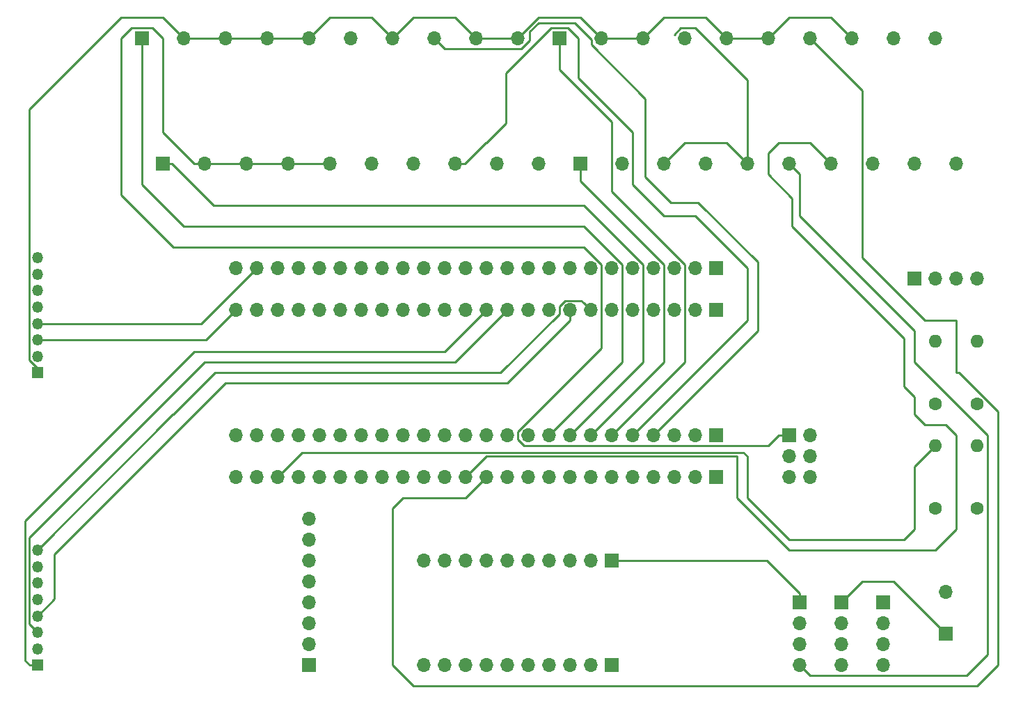
<source format=gbr>
G04 #@! TF.GenerationSoftware,KiCad,Pcbnew,(5.1.4)-1*
G04 #@! TF.CreationDate,2020-01-22T00:42:56-05:00*
G04 #@! TF.ProjectId,MainDataAquisitionBoard,4d61696e-4461-4746-9141-717569736974,rev?*
G04 #@! TF.SameCoordinates,Original*
G04 #@! TF.FileFunction,Copper,L2,Bot*
G04 #@! TF.FilePolarity,Positive*
%FSLAX46Y46*%
G04 Gerber Fmt 4.6, Leading zero omitted, Abs format (unit mm)*
G04 Created by KiCad (PCBNEW (5.1.4)-1) date 2020-01-22 00:42:56*
%MOMM*%
%LPD*%
G04 APERTURE LIST*
%ADD10O,1.700000X1.700000*%
%ADD11R,1.700000X1.700000*%
%ADD12C,1.600000*%
%ADD13O,1.600000X1.600000*%
%ADD14O,1.350000X1.350000*%
%ADD15R,1.350000X1.350000*%
%ADD16C,0.250000*%
G04 APERTURE END LIST*
D10*
X142240000Y-69850000D03*
X167640000Y-69850000D03*
X172720000Y-69850000D03*
X147320000Y-69850000D03*
X177800000Y-69850000D03*
X162560000Y-69850000D03*
D11*
X132080000Y-69850000D03*
D10*
X137160000Y-69850000D03*
X152400000Y-69850000D03*
X157480000Y-69850000D03*
D12*
X180340000Y-111760000D03*
D13*
X180340000Y-104140000D03*
D10*
X90170000Y-82550000D03*
X92710000Y-82550000D03*
X95250000Y-82550000D03*
X97790000Y-82550000D03*
X100330000Y-82550000D03*
X102870000Y-82550000D03*
X105410000Y-82550000D03*
X107950000Y-82550000D03*
X110490000Y-82550000D03*
X113030000Y-82550000D03*
X115570000Y-82550000D03*
X118110000Y-82550000D03*
X120650000Y-82550000D03*
X123190000Y-82550000D03*
X125730000Y-82550000D03*
X128270000Y-82550000D03*
X130810000Y-82550000D03*
X133350000Y-82550000D03*
X135890000Y-82550000D03*
X138430000Y-82550000D03*
X140970000Y-82550000D03*
X143510000Y-82550000D03*
X146050000Y-82550000D03*
D11*
X148590000Y-82550000D03*
X148590000Y-87630000D03*
D10*
X146050000Y-87630000D03*
X143510000Y-87630000D03*
X140970000Y-87630000D03*
X138430000Y-87630000D03*
X135890000Y-87630000D03*
X133350000Y-87630000D03*
X130810000Y-87630000D03*
X128270000Y-87630000D03*
X125730000Y-87630000D03*
X123190000Y-87630000D03*
X120650000Y-87630000D03*
X118110000Y-87630000D03*
X115570000Y-87630000D03*
X113030000Y-87630000D03*
X110490000Y-87630000D03*
X107950000Y-87630000D03*
X105410000Y-87630000D03*
X102870000Y-87630000D03*
X100330000Y-87630000D03*
X97790000Y-87630000D03*
X95250000Y-87630000D03*
X92710000Y-87630000D03*
X90170000Y-87630000D03*
D11*
X148590000Y-102870000D03*
D10*
X146050000Y-102870000D03*
X143510000Y-102870000D03*
X140970000Y-102870000D03*
X138430000Y-102870000D03*
X135890000Y-102870000D03*
X133350000Y-102870000D03*
X130810000Y-102870000D03*
X128270000Y-102870000D03*
X125730000Y-102870000D03*
X123190000Y-102870000D03*
X120650000Y-102870000D03*
X118110000Y-102870000D03*
X115570000Y-102870000D03*
X113030000Y-102870000D03*
X110490000Y-102870000D03*
X107950000Y-102870000D03*
X105410000Y-102870000D03*
X102870000Y-102870000D03*
X100330000Y-102870000D03*
X97790000Y-102870000D03*
X95250000Y-102870000D03*
X92710000Y-102870000D03*
X90170000Y-102870000D03*
X90170000Y-107950000D03*
X92710000Y-107950000D03*
X95250000Y-107950000D03*
X97790000Y-107950000D03*
X100330000Y-107950000D03*
X102870000Y-107950000D03*
X105410000Y-107950000D03*
X107950000Y-107950000D03*
X110490000Y-107950000D03*
X113030000Y-107950000D03*
X115570000Y-107950000D03*
X118110000Y-107950000D03*
X120650000Y-107950000D03*
X123190000Y-107950000D03*
X125730000Y-107950000D03*
X128270000Y-107950000D03*
X130810000Y-107950000D03*
X133350000Y-107950000D03*
X135890000Y-107950000D03*
X138430000Y-107950000D03*
X140970000Y-107950000D03*
X143510000Y-107950000D03*
X146050000Y-107950000D03*
D11*
X148590000Y-107950000D03*
D14*
X66040000Y-81250000D03*
X66040000Y-83250000D03*
X66040000Y-85250000D03*
X66040000Y-87250000D03*
X66040000Y-89250000D03*
X66040000Y-91250000D03*
X66040000Y-93250000D03*
D15*
X66040000Y-95250000D03*
X66040000Y-130810000D03*
D14*
X66040000Y-128810000D03*
X66040000Y-126810000D03*
X66040000Y-124810000D03*
X66040000Y-122810000D03*
X66040000Y-120810000D03*
X66040000Y-118810000D03*
X66040000Y-116810000D03*
D10*
X168910000Y-130810000D03*
X168910000Y-128270000D03*
X168910000Y-125730000D03*
D11*
X168910000Y-123190000D03*
X163830000Y-123190000D03*
D10*
X163830000Y-125730000D03*
X163830000Y-128270000D03*
X163830000Y-130810000D03*
D11*
X172720000Y-83820000D03*
D10*
X175260000Y-83820000D03*
X177800000Y-83820000D03*
X180340000Y-83820000D03*
X158750000Y-130810000D03*
X158750000Y-128270000D03*
X158750000Y-125730000D03*
D11*
X158750000Y-123190000D03*
D13*
X175260000Y-91440000D03*
D12*
X175260000Y-99060000D03*
D13*
X175260000Y-104140000D03*
D12*
X175260000Y-111760000D03*
X180340000Y-99060000D03*
D13*
X180340000Y-91440000D03*
D10*
X91440000Y-69850000D03*
X116840000Y-69850000D03*
X121920000Y-69850000D03*
X96520000Y-69850000D03*
X127000000Y-69850000D03*
X111760000Y-69850000D03*
D11*
X81280000Y-69850000D03*
D10*
X86360000Y-69850000D03*
X101600000Y-69850000D03*
X106680000Y-69850000D03*
X104140000Y-54610000D03*
X99060000Y-54610000D03*
X83820000Y-54610000D03*
D11*
X78740000Y-54610000D03*
D10*
X109220000Y-54610000D03*
X124460000Y-54610000D03*
X93980000Y-54610000D03*
X119380000Y-54610000D03*
X114300000Y-54610000D03*
X88900000Y-54610000D03*
X154940000Y-54610000D03*
X149860000Y-54610000D03*
X134620000Y-54610000D03*
D11*
X129540000Y-54610000D03*
D10*
X160020000Y-54610000D03*
X175260000Y-54610000D03*
X144780000Y-54610000D03*
X170180000Y-54610000D03*
X165100000Y-54610000D03*
X139700000Y-54610000D03*
D11*
X99060000Y-130810000D03*
D10*
X99060000Y-128270000D03*
X99060000Y-125730000D03*
X99060000Y-123190000D03*
X99060000Y-120650000D03*
X99060000Y-118110000D03*
X99060000Y-115570000D03*
X99060000Y-113030000D03*
D11*
X135890000Y-118110000D03*
D10*
X133350000Y-118110000D03*
X130810000Y-118110000D03*
X128270000Y-118110000D03*
X125730000Y-118110000D03*
X123190000Y-118110000D03*
X120650000Y-118110000D03*
X118110000Y-118110000D03*
X115570000Y-118110000D03*
X113030000Y-118110000D03*
X113030000Y-130810000D03*
X115570000Y-130810000D03*
X118110000Y-130810000D03*
X120650000Y-130810000D03*
X123190000Y-130810000D03*
X125730000Y-130810000D03*
X128270000Y-130810000D03*
X130810000Y-130810000D03*
X133350000Y-130810000D03*
D11*
X135890000Y-130810000D03*
X157480000Y-102870000D03*
D10*
X160020000Y-102870000D03*
X157480000Y-105410000D03*
X160020000Y-105410000D03*
X157480000Y-107950000D03*
X160020000Y-107950000D03*
D11*
X176530000Y-127000000D03*
D10*
X176530000Y-121920000D03*
D16*
X86550000Y-91250000D02*
X90170000Y-87630000D01*
X72580000Y-91250000D02*
X66040000Y-91250000D01*
X72580000Y-91250000D02*
X86550000Y-91250000D01*
X72390000Y-91250000D02*
X72580000Y-91250000D01*
X86010000Y-89250000D02*
X92710000Y-82550000D01*
X74010000Y-89250000D02*
X66040000Y-89250000D01*
X74010000Y-89250000D02*
X86010000Y-89250000D01*
X72390000Y-89250000D02*
X74010000Y-89250000D01*
X158750000Y-122090000D02*
X158750000Y-123190000D01*
X154770000Y-118110000D02*
X158750000Y-122090000D01*
X135890000Y-118110000D02*
X154770000Y-118110000D01*
X152400000Y-68580000D02*
X152400000Y-59690000D01*
X152400000Y-59690000D02*
X146050000Y-53340000D01*
X144310998Y-53340000D02*
X143510000Y-54140998D01*
X146050000Y-53340000D02*
X144310998Y-53340000D01*
X158750000Y-71120000D02*
X157480000Y-69850000D01*
X172720000Y-90170000D02*
X158750000Y-76200000D01*
X158750000Y-130810000D02*
X160020000Y-132080000D01*
X158750000Y-76200000D02*
X158750000Y-71120000D01*
X179070000Y-132080000D02*
X181610000Y-129540000D01*
X181610000Y-129540000D02*
X181610000Y-102870000D01*
X181610000Y-102870000D02*
X172720000Y-93980000D01*
X160020000Y-132080000D02*
X179070000Y-132080000D01*
X172720000Y-93980000D02*
X172720000Y-90170000D01*
X152400000Y-68580000D02*
X152400000Y-69850000D01*
X152400000Y-69850000D02*
X149860000Y-67310000D01*
X149860000Y-67310000D02*
X144780000Y-67310000D01*
X144780000Y-67310000D02*
X142240000Y-69850000D01*
X132080000Y-71920998D02*
X132080000Y-69850000D01*
X142240000Y-82080998D02*
X132080000Y-71920998D01*
X133350000Y-102870000D02*
X142240000Y-93980000D01*
X142240000Y-93980000D02*
X142240000Y-82080998D01*
X96099999Y-107100001D02*
X95250000Y-107950000D01*
X98240010Y-104959990D02*
X96099999Y-107100001D01*
X151580010Y-104959990D02*
X98240010Y-104959990D01*
X172720000Y-114300000D02*
X172720000Y-106680000D01*
X172720000Y-106680000D02*
X175260000Y-104140000D01*
X151949990Y-104959990D02*
X152400000Y-105410000D01*
X151580010Y-104959990D02*
X151949990Y-104959990D01*
X152400000Y-105410000D02*
X152400000Y-110490000D01*
X152400000Y-110490000D02*
X157480000Y-115570000D01*
X157480000Y-115570000D02*
X171450000Y-115570000D01*
X171450000Y-115570000D02*
X172720000Y-114300000D01*
X129540000Y-58420000D02*
X129540000Y-54610000D01*
X135890000Y-64770000D02*
X129540000Y-58420000D01*
X135890000Y-73190998D02*
X135890000Y-64770000D01*
X144780000Y-82080998D02*
X135890000Y-73190998D01*
X135890000Y-102870000D02*
X144780000Y-93980000D01*
X144780000Y-93980000D02*
X144780000Y-82080998D01*
X86360000Y-69850000D02*
X101600000Y-69850000D01*
X163830000Y-123190000D02*
X166370000Y-120650000D01*
X166370000Y-120650000D02*
X170180000Y-120650000D01*
X170180000Y-120650000D02*
X176530000Y-127000000D01*
X86360000Y-69850000D02*
X85090000Y-69850000D01*
X85090000Y-69850000D02*
X81280000Y-66040000D01*
X81280000Y-66040000D02*
X81280000Y-54610000D01*
X81280000Y-54610000D02*
X80010000Y-53340000D01*
X80010000Y-53340000D02*
X77470000Y-53340000D01*
X77470000Y-53340000D02*
X76200000Y-54610000D01*
X76200000Y-54610000D02*
X76200000Y-73660000D01*
X76200000Y-73660000D02*
X82550000Y-80010000D01*
X132549002Y-80010000D02*
X134620000Y-82080998D01*
X82550000Y-80010000D02*
X132549002Y-80010000D01*
X134620000Y-92240998D02*
X124460000Y-102400998D01*
X134620000Y-82080998D02*
X134620000Y-92240998D01*
X124460000Y-103339002D02*
X125260998Y-104140000D01*
X124460000Y-102400998D02*
X124460000Y-103339002D01*
X125260998Y-104140000D02*
X154940000Y-104140000D01*
X156210000Y-102870000D02*
X157480000Y-102870000D01*
X154940000Y-104140000D02*
X156210000Y-102870000D01*
X130810000Y-88900000D02*
X130810000Y-87630000D01*
X123190000Y-96520000D02*
X130810000Y-88900000D01*
X88900000Y-96520000D02*
X123190000Y-96520000D01*
X68120000Y-117300000D02*
X88900000Y-96520000D01*
X68120000Y-122730000D02*
X68120000Y-117300000D01*
X66040000Y-124810000D02*
X68120000Y-122730000D01*
X66040000Y-116810000D02*
X82520000Y-100330000D01*
X82520000Y-100330000D02*
X82550000Y-100330000D01*
X82550000Y-100330000D02*
X87630000Y-95250000D01*
X122389002Y-95250000D02*
X129540000Y-88099002D01*
X87630000Y-95250000D02*
X122389002Y-95250000D01*
X132500001Y-86780001D02*
X133350000Y-87630000D01*
X132174999Y-86454999D02*
X132500001Y-86780001D01*
X130245999Y-86454999D02*
X132174999Y-86454999D01*
X129540000Y-87160998D02*
X130245999Y-86454999D01*
X129540000Y-88099002D02*
X129540000Y-87160998D01*
X141819999Y-102020001D02*
X140970000Y-102870000D01*
X142334999Y-101505001D02*
X141819999Y-102020001D01*
X153670000Y-81749002D02*
X153670000Y-90170000D01*
X133444999Y-54704999D02*
X133444999Y-55339999D01*
X131445000Y-52705000D02*
X133444999Y-54704999D01*
X114300000Y-54610000D02*
X115570000Y-55880000D01*
X115570000Y-55880000D02*
X124929002Y-55880000D01*
X124929002Y-55880000D02*
X125964501Y-54844501D01*
X125964501Y-54844501D02*
X125964501Y-53741909D01*
X125964501Y-53741909D02*
X127001410Y-52705000D01*
X153670000Y-90170000D02*
X140970000Y-102870000D01*
X127001410Y-52705000D02*
X131445000Y-52705000D01*
X146450499Y-74529501D02*
X143109501Y-74529501D01*
X146450499Y-74529501D02*
X153670000Y-81749002D01*
X140017500Y-71437500D02*
X140017500Y-61912500D01*
X143109501Y-74529501D02*
X140017500Y-71437500D01*
X133444999Y-55339999D02*
X140017500Y-61912500D01*
X139065000Y-102235000D02*
X138430000Y-102870000D01*
X139700000Y-101600000D02*
X139065000Y-102235000D01*
X152400000Y-88900000D02*
X139065000Y-102235000D01*
X152400000Y-82550000D02*
X152400000Y-88900000D01*
X131825002Y-54610000D02*
X131825002Y-59435002D01*
X130555002Y-53340000D02*
X131825002Y-54610000D01*
X128524998Y-53340000D02*
X130555002Y-53340000D01*
X118042081Y-69850000D02*
X120582081Y-67310000D01*
X116840000Y-69850000D02*
X118042081Y-69850000D01*
X120582081Y-67310000D02*
X120650000Y-67310000D01*
X120650000Y-67310000D02*
X123095001Y-64864999D01*
X123095001Y-64864999D02*
X123095001Y-58769997D01*
X123095001Y-58769997D02*
X128524998Y-53340000D01*
X138430000Y-66040000D02*
X138430000Y-72390000D01*
X131825002Y-59435002D02*
X138430000Y-66040000D01*
X142240000Y-76200000D02*
X146050000Y-76200000D01*
X138430000Y-72390000D02*
X142240000Y-76200000D01*
X146050000Y-76200000D02*
X152400000Y-82550000D01*
X139700000Y-93980000D02*
X130810000Y-102870000D01*
X139700000Y-82080998D02*
X139700000Y-93980000D01*
X132549002Y-74930000D02*
X139700000Y-82080998D01*
X87460000Y-74930000D02*
X132549002Y-74930000D01*
X82380000Y-69850000D02*
X87460000Y-74930000D01*
X81280000Y-69850000D02*
X82380000Y-69850000D01*
X137160000Y-93980000D02*
X128270000Y-102870000D01*
X137160000Y-82080998D02*
X137160000Y-93980000D01*
X78740000Y-70020000D02*
X78740000Y-72390000D01*
X83820000Y-77470000D02*
X132549002Y-77470000D01*
X132549002Y-77470000D02*
X137160000Y-82080998D01*
X78740000Y-54610000D02*
X78740000Y-72390000D01*
X78740000Y-72390000D02*
X83820000Y-77470000D01*
X173990000Y-88900000D02*
X166370000Y-81280000D01*
X177800000Y-88900000D02*
X173990000Y-88900000D01*
X177800000Y-95250000D02*
X177800000Y-88900000D01*
X180340000Y-133350000D02*
X182880000Y-130810000D01*
X166370000Y-81280000D02*
X166370000Y-60960000D01*
X182880000Y-130810000D02*
X182880000Y-99934998D01*
X118110000Y-110490000D02*
X110490000Y-110490000D01*
X178195002Y-95250000D02*
X177800000Y-95250000D01*
X120650000Y-107950000D02*
X118110000Y-110490000D01*
X182880000Y-99934998D02*
X178195002Y-95250000D01*
X110490000Y-110490000D02*
X109220000Y-111760000D01*
X166370000Y-60960000D02*
X160020000Y-54610000D01*
X109220000Y-111760000D02*
X109220000Y-130810000D01*
X109220000Y-130810000D02*
X111760000Y-133350000D01*
X111760000Y-133350000D02*
X180340000Y-133350000D01*
X177800000Y-114300000D02*
X176530000Y-115570000D01*
X175260000Y-116840000D02*
X177800000Y-114300000D01*
X157480000Y-116840000D02*
X175260000Y-116840000D01*
X151130000Y-110490000D02*
X157480000Y-116840000D01*
X151130000Y-105410000D02*
X151130000Y-110490000D01*
X118110000Y-107950000D02*
X120650000Y-105410000D01*
X120650000Y-105410000D02*
X151130000Y-105410000D01*
X160020000Y-67310000D02*
X162560000Y-69850000D01*
X154940000Y-71120000D02*
X154940000Y-68580000D01*
X157875002Y-74055002D02*
X154940000Y-71120000D01*
X157875002Y-77470000D02*
X157875002Y-74055002D01*
X156210000Y-67310000D02*
X160020000Y-67310000D01*
X171450000Y-96915002D02*
X171450000Y-91044998D01*
X177800000Y-102870000D02*
X176530000Y-101600000D01*
X171450000Y-91044998D02*
X157875002Y-77470000D01*
X177800000Y-114300000D02*
X177800000Y-102870000D01*
X176530000Y-101600000D02*
X173990000Y-101600000D01*
X173990000Y-101600000D02*
X172720000Y-100330000D01*
X172720000Y-100330000D02*
X172720000Y-98185002D01*
X154940000Y-68580000D02*
X156210000Y-67310000D01*
X172720000Y-98185002D02*
X171450000Y-96915002D01*
X81280000Y-52070000D02*
X83820000Y-54610000D01*
X76200000Y-52070000D02*
X81280000Y-52070000D01*
X65039999Y-63230001D02*
X76200000Y-52070000D01*
X65039999Y-93730001D02*
X65039999Y-63230001D01*
X66040000Y-95250000D02*
X66559998Y-95250000D01*
X66559998Y-95250000D02*
X65039999Y-93730001D01*
X83820000Y-54610000D02*
X99060000Y-54610000D01*
X99060000Y-54610000D02*
X101600000Y-52070000D01*
X101600000Y-52070000D02*
X106680000Y-52070000D01*
X106680000Y-52070000D02*
X109220000Y-54610000D01*
X109220000Y-54610000D02*
X111760000Y-52070000D01*
X111760000Y-52070000D02*
X116840000Y-52070000D01*
X116840000Y-52070000D02*
X119380000Y-54610000D01*
X119380000Y-54610000D02*
X124460000Y-54610000D01*
X124460000Y-54610000D02*
X127000000Y-52070000D01*
X127000000Y-52070000D02*
X132080000Y-52070000D01*
X132080000Y-52070000D02*
X134620000Y-54610000D01*
X139700000Y-54610000D02*
X134620000Y-54610000D01*
X139700000Y-54610000D02*
X142240000Y-52070000D01*
X142240000Y-52070000D02*
X147320000Y-52070000D01*
X147320000Y-52070000D02*
X149860000Y-54610000D01*
X149860000Y-54610000D02*
X154940000Y-54610000D01*
X154940000Y-54610000D02*
X157480000Y-52070000D01*
X157480000Y-52070000D02*
X162560000Y-52070000D01*
X162560000Y-52070000D02*
X165100000Y-54610000D01*
X115570000Y-92710000D02*
X120650000Y-87630000D01*
X85090000Y-92710000D02*
X115570000Y-92710000D01*
X64589989Y-113210011D02*
X85090000Y-92710000D01*
X64589989Y-130284989D02*
X64589989Y-113210011D01*
X66040000Y-130810000D02*
X65115000Y-130810000D01*
X65115000Y-130810000D02*
X64589989Y-130284989D01*
X65039999Y-125809999D02*
X65039999Y-115300001D01*
X66040000Y-126810000D02*
X65039999Y-125809999D01*
X65039999Y-115300001D02*
X86360000Y-93980000D01*
X116840000Y-93980000D02*
X123190000Y-87630000D01*
X86360000Y-93980000D02*
X116840000Y-93980000D01*
M02*

</source>
